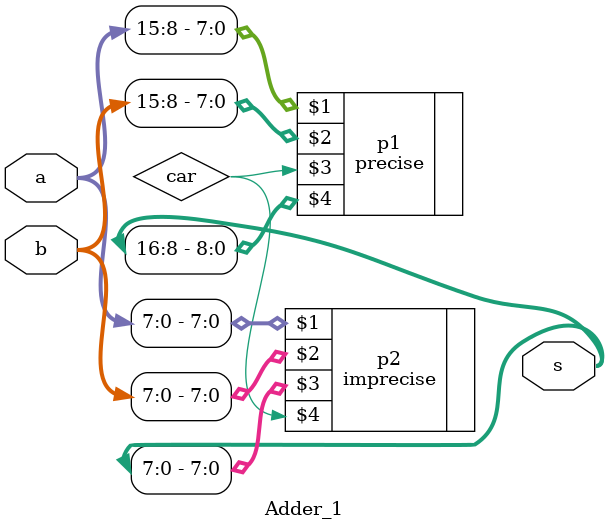
<source format=v>
`timescale 1ns / 1ps

module Adder_1(
    input [15:0] a,b,
    output [16:0] s
    );
wire car;
imprecise p2(a[7:0], b[7:0], s[7:0], car);
precise  p1(a[15:8], b[15:8], car, s[16:8]);

endmodule



</source>
